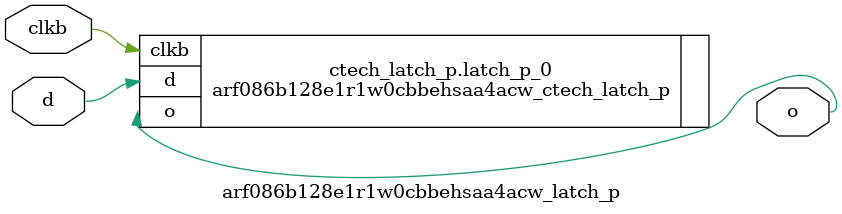
<source format=sv>

`ifndef ARF086B128E1R1W0CBBEHSAA4ACW_LATCH_P_SV
`define ARF086B128E1R1W0CBBEHSAA4ACW_LATCH_P_SV

module arf086b128e1r1w0cbbehsaa4acw_latch_p #
(
  parameter CTECH = 1
)
(
  output logic o,
  input  logic d,
  input  logic clkb
);

  if (CTECH == 1) begin: ctech_latch_p
    arf086b128e1r1w0cbbehsaa4acw_ctech_latch_p latch_p_0 (.o(o),.d(d),.clkb(clkb));
  end
  else begin
    always_latch begin
      if (~clkb) begin
        o <= d;
      end
    end
  end

endmodule // arf086b128e1r1w0cbbehsaa4acw_latch_p

`endif // ARF086B128E1R1W0CBBEHSAA4ACW_LATCH_P_SV
</source>
